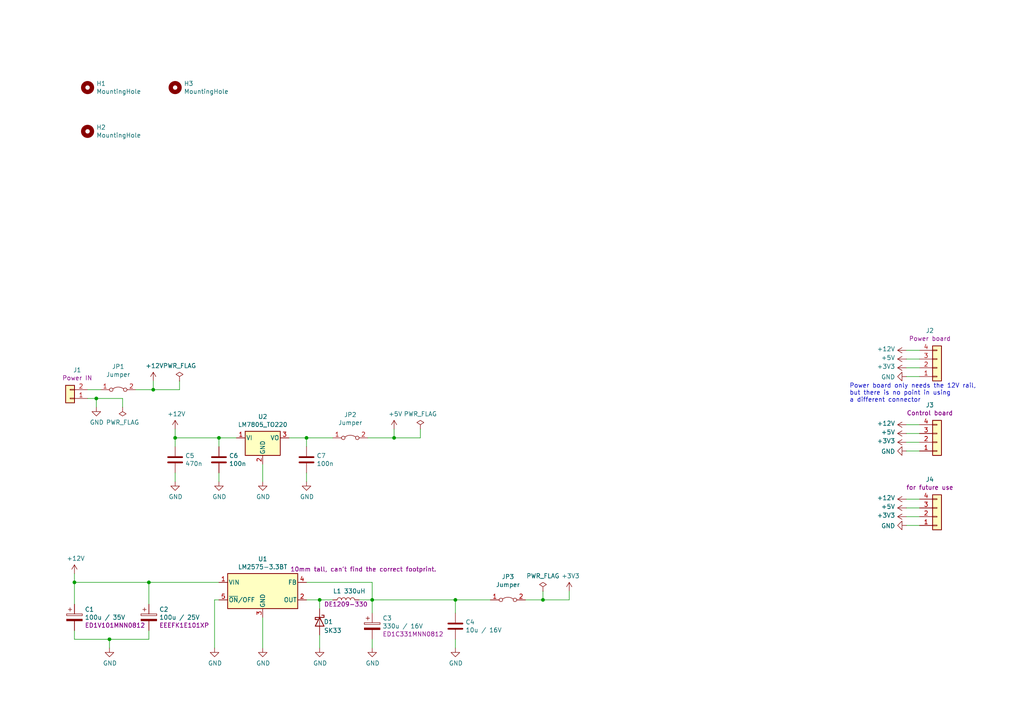
<source format=kicad_sch>
(kicad_sch (version 20230121) (generator eeschema)
  (paper "A4")
  (title_block (company "Ondřej Sluka"))
  (lib_symbols
    (symbol "Connector_Generic:Conn_01x02" (pin_names (offset 1.016) hide)
      (property "Reference" "J" (at 0 2.54 0))
      (property "Value" "Conn_01x02" (at 0 -5.08 0))
      (symbol "Conn_01x02_1_1"
        (rectangle (start -1.27 -2.413) (end 0 -2.667) (stroke (width 0.1524)))
        (rectangle (start -1.27 0.127) (end 0 -0.127) (stroke (width 0.1524)))
        (rectangle (start -1.27 1.27) (end 1.27 -3.81) (stroke (width 0.254)) (fill (type background)))
        (pin passive line (at -5.08 0 0) (length 3.81) (name "Pin_1") (number "1"))
        (pin passive line (at -5.08 -2.54 0) (length 3.81) (name "Pin_2") (number "2"))
      )
    )
    (symbol "Connector_Generic:Conn_01x04" (pin_names (offset 1.016) hide)
      (property "Reference" "J" (at 0 5.08 0))
      (property "Value" "Conn_01x04" (at 0 -7.62 0))
      (symbol "Conn_01x04_1_1"
        (rectangle (start -1.27 -4.953) (end 0 -5.207) (stroke (width 0.1524)))
        (rectangle (start -1.27 -2.413) (end 0 -2.667) (stroke (width 0.1524)))
        (rectangle (start -1.27 0.127) (end 0 -0.127) (stroke (width 0.1524)))
        (rectangle (start -1.27 2.667) (end 0 2.413) (stroke (width 0.1524)))
        (rectangle (start -1.27 3.81) (end 1.27 -6.35) (stroke (width 0.254)) (fill (type background)))
        (pin passive line (at -5.08 2.54 0) (length 3.81) (name "Pin_1") (number "1"))
        (pin passive line (at -5.08 0 0) (length 3.81) (name "Pin_2") (number "2"))
        (pin passive line (at -5.08 -2.54 0) (length 3.81) (name "Pin_3") (number "3"))
        (pin passive line (at -5.08 -5.08 0) (length 3.81) (name "Pin_4") (number "4"))
      )
    )
    (symbol "Device:C" (pin_numbers hide) (pin_names (offset 0.254))
      (property "Reference" "C" (at 0.635 2.54 0))
      (property "Value" "C" (at 0.635 -2.54 0))
      (symbol "C_0_1"
        (polyline (pts (xy -2.032 -0.762) (xy 2.032 -0.762)) (stroke (width 0.508)))
        (polyline (pts (xy -2.032 0.762) (xy 2.032 0.762)) (stroke (width 0.508)))
      )
      (symbol "C_1_1"
        (pin passive line (at 0 3.81 270) (length 2.794) (name "~") (number "1"))
        (pin passive line (at 0 -3.81 90) (length 2.794) (name "~") (number "2"))
      )
    )
    (symbol "Device:C_Polarized" (pin_numbers hide) (pin_names (offset 0.254))
      (property "Reference" "C" (at 0.635 2.54 0))
      (property "Value" "C_Polarized" (at 0.635 -2.54 0))
      (symbol "C_Polarized_0_1"
        (rectangle (start -2.286 0.508) (end 2.286 1.016))
        (polyline (pts (xy -1.778 2.286) (xy -0.762 2.286)))
        (polyline (pts (xy -1.27 2.794) (xy -1.27 1.778)))
        (rectangle (start 2.286 -0.508) (end -2.286 -1.016) (fill (type outline)))
      )
      (symbol "C_Polarized_1_1"
        (pin passive line (at 0 3.81 270) (length 2.794) (name "~") (number "1"))
        (pin passive line (at 0 -3.81 90) (length 2.794) (name "~") (number "2"))
      )
    )
    (symbol "Device:D_Schottky" (pin_numbers hide) (pin_names (offset 1.016) hide)
      (property "Reference" "D" (at 0 2.54 0))
      (property "Value" "D_Schottky" (at 0 -2.54 0))
      (symbol "D_Schottky_0_1"
        (polyline (pts (xy 1.27 0) (xy -1.27 0)))
        (polyline (pts (xy 1.27 1.27) (xy 1.27 -1.27) (xy -1.27 0) (xy 1.27 1.27)) (stroke (width 0.254)))
        (polyline (pts (xy -1.905 0.635) (xy -1.905 1.27) (xy -1.27 1.27) (xy -1.27 -1.27) (xy -0.635 -1.27) (xy -0.635 -0.635)) (stroke (width 0.254)))
      )
      (symbol "D_Schottky_1_1"
        (pin passive line (at -3.81 0 0) (length 2.54) (name "K") (number "1"))
        (pin passive line (at 3.81 0 180) (length 2.54) (name "A") (number "2"))
      )
    )
    (symbol "Device:L" (pin_numbers hide) (pin_names (offset 1.016) hide)
      (property "Reference" "L" (at -1.27 0 90))
      (property "Value" "L" (at 1.905 0 90))
      (symbol "L_0_1"
        (arc (start 0 -2.54) (mid 0.6323 -1.905) (end 0 -1.27))
        (arc (start 0 -1.27) (mid 0.6323 -0.635) (end 0 0))
        (arc (start 0 0) (mid 0.6323 0.635) (end 0 1.27))
        (arc (start 0 1.27) (mid 0.6323 1.905) (end 0 2.54))
      )
      (symbol "L_1_1"
        (pin passive line (at 0 3.81 270) (length 1.27) (name "1") (number "1"))
        (pin passive line (at 0 -3.81 90) (length 1.27) (name "2") (number "2"))
      )
    )
    (symbol "Jumper:Jumper_2_Bridged" (pin_names (offset 0) hide)
      (property "Reference" "JP" (at 0 1.905 0))
      (property "Value" "Jumper_2_Bridged" (at 0 -2.54 0))
      (symbol "Jumper_2_Bridged_0_0"
        (circle (center -2.032 0) (radius 0.508))
        (circle (center 2.032 0) (radius 0.508))
      )
      (symbol "Jumper_2_Bridged_0_1"
        (arc (start 1.524 0.254) (mid 0 0.762) (end -1.524 0.254))
      )
      (symbol "Jumper_2_Bridged_1_1"
        (pin passive line (at -5.08 0 0) (length 2.54) (name "A") (number "1"))
        (pin passive line (at 5.08 0 180) (length 2.54) (name "B") (number "2"))
      )
    )
    (symbol "Mechanical:MountingHole" (pin_names (offset 1.016))
      (property "Reference" "H" (at 0 5.08 0))
      (property "Value" "MountingHole" (at 0 3.175 0))
      (symbol "MountingHole_0_1"
        (circle (center 0 0) (radius 1.27) (stroke (width 1.27)))
      )
    )
    (symbol "Regulator_Linear:LM7805_TO220" (pin_names (offset 0.254))
      (property "Reference" "U" (at -3.81 3.175 0))
      (property "Value" "LM7805_TO220" (at 0 3.175 0))
      (symbol "LM7805_TO220_0_1"
        (rectangle (start -5.08 1.905) (end 5.08 -5.08) (stroke (width 0.254)) (fill (type background)))
      )
      (symbol "LM7805_TO220_1_1"
        (pin power_in line (at -7.62 0 0) (length 2.54) (name "VI") (number "1"))
        (pin power_in line (at 0 -7.62 90) (length 2.54) (name "GND") (number "2"))
        (pin power_out line (at 7.62 0 180) (length 2.54) (name "VO") (number "3"))
      )
    )
    (symbol "Regulator_Switching:LM2575-3.3BT" (pin_names (offset 0.254))
      (property "Reference" "U" (at -10.16 6.35 0))
      (property "Value" "LM2575-3.3BT" (at 0 6.35 0))
      (symbol "LM2575-3.3BT_0_1"
        (rectangle (start -10.16 5.08) (end 10.16 -5.08) (stroke (width 0.254)) (fill (type background)))
      )
      (symbol "LM2575-3.3BT_1_1"
        (pin power_in line (at -12.7 2.54 0) (length 2.54) (name "VIN") (number "1"))
        (pin output line (at 12.7 -2.54 180) (length 2.54) (name "OUT") (number "2"))
        (pin power_in line (at 0 -7.62 90) (length 2.54) (name "GND") (number "3"))
        (pin input line (at 12.7 2.54 180) (length 2.54) (name "FB") (number "4"))
        (pin input line (at -12.7 -2.54 0) (length 2.54) (name "~{ON}/OFF") (number "5"))
      )
    )
    (symbol "power:+12V" (power) (pin_names (offset 0))
      (property "Value" "+12V" (at 0 3.556 0))
      (symbol "+12V_0_1"
        (polyline (pts (xy -0.762 1.27) (xy 0 2.54)))
        (polyline (pts (xy 0 0) (xy 0 2.54)))
        (polyline (pts (xy 0 2.54) (xy 0.762 1.27)))
      )
      (symbol "+12V_1_1"
        (pin power_in line (at 0 0 90) (length 0) hide (name "+12V") (number "1"))
      )
    )
    (symbol "power:+3V3" (power) (pin_names (offset 0))
      (property "Value" "+3V3" (at 0 3.556 0))
      (symbol "+3V3_0_1"
        (polyline (pts (xy -0.762 1.27) (xy 0 2.54)))
        (polyline (pts (xy 0 0) (xy 0 2.54)))
        (polyline (pts (xy 0 2.54) (xy 0.762 1.27)))
      )
      (symbol "+3V3_1_1"
        (pin power_in line (at 0 0 90) (length 0) hide (name "+3V3") (number "1"))
      )
    )
    (symbol "power:+5V" (power) (pin_names (offset 0))
      (property "Value" "+5V" (at 0 3.556 0))
      (symbol "+5V_0_1"
        (polyline (pts (xy -0.762 1.27) (xy 0 2.54)))
        (polyline (pts (xy 0 0) (xy 0 2.54)))
        (polyline (pts (xy 0 2.54) (xy 0.762 1.27)))
      )
      (symbol "+5V_1_1"
        (pin power_in line (at 0 0 90) (length 0) hide (name "+5V") (number "1"))
      )
    )
    (symbol "power:GND" (power) (pin_names (offset 0))
      (property "Value" "GND" (at 0 -3.81 0))
      (symbol "GND_0_1"
        (polyline (pts (xy 0 0) (xy 0 -1.27) (xy 1.27 -1.27) (xy 0 -2.54) (xy -1.27 -1.27) (xy 0 -1.27)))
      )
      (symbol "GND_1_1"
        (pin power_in line (at 0 0 270) (length 0) hide (name "GND") (number "1"))
      )
    )
    (symbol "power:PWR_FLAG" (power) (pin_numbers hide) (pin_names (offset 0) hide)
      (property "Value" "PWR_FLAG" (at 0 3.81 0))
      (symbol "PWR_FLAG_0_0"
        (pin power_out line (at 0 0 90) (length 0) (name "pwr") (number "1"))
      )
      (symbol "PWR_FLAG_0_1"
        (polyline (pts (xy 0 0) (xy 0 1.27) (xy -1.016 1.905) (xy 0 2.54) (xy 1.016 1.905) (xy 0 1.27)))
      )
    )
  )
  (junction (at 92.71 173.99))
  (junction (at 31.75 185.42))
  (junction (at 21.59 168.91))
  (junction (at 43.18 168.91))
  (junction (at 44.45 113.03))
  (junction (at 50.8 127))
  (junction (at 63.5 127))
  (junction (at 114.3 127))
  (junction (at 27.94 115.57))
  (junction (at 88.9 127))
  (junction (at 107.95 173.99))
  (junction (at 132.08 173.99))
  (junction (at 157.48 173.99))
  (wire (pts (xy 107.95 173.99) (xy 132.08 173.99)))
  (wire (pts (xy 262.89 147.32) (xy 266.7 147.32)))
  (wire (pts (xy 104.14 173.99) (xy 107.95 173.99)))
  (wire (pts (xy 165.1 171.45) (xy 165.1 173.99)))
  (wire (pts (xy 21.59 185.42) (xy 31.75 185.42)))
  (wire (pts (xy 43.18 175.26) (xy 43.18 168.91)))
  (wire (pts (xy 262.89 144.78) (xy 266.7 144.78)))
  (wire (pts (xy 21.59 175.26) (xy 21.59 168.91)))
  (wire (pts (xy 44.45 113.03) (xy 39.37 113.03)))
  (wire (pts (xy 132.08 187.96) (xy 132.08 185.42)))
  (wire (pts (xy 76.2 179.07) (xy 76.2 187.96)))
  (wire (pts (xy 21.59 166.37) (xy 21.59 168.91)))
  (wire (pts (xy 50.8 124.46) (xy 50.8 127)))
  (wire (pts (xy 52.07 110.49) (xy 52.07 113.03)))
  (wire (pts (xy 76.2 139.7) (xy 76.2 134.62)))
  (wire (pts (xy 88.9 168.91) (xy 107.95 168.91)))
  (wire (pts (xy 35.56 115.57) (xy 27.94 115.57)))
  (wire (pts (xy 88.9 173.99) (xy 92.71 173.99)))
  (wire (pts (xy 35.56 118.11) (xy 35.56 115.57)))
  (wire (pts (xy 88.9 139.7) (xy 88.9 137.16)))
  (wire (pts (xy 27.94 115.57) (xy 25.4 115.57)))
  (wire (pts (xy 21.59 168.91) (xy 43.18 168.91)))
  (wire (pts (xy 132.08 173.99) (xy 142.24 173.99)))
  (wire (pts (xy 132.08 177.8) (xy 132.08 173.99)))
  (wire (pts (xy 121.92 127) (xy 114.3 127)))
  (wire (pts (xy 107.95 168.91) (xy 107.95 173.99)))
  (wire (pts (xy 62.23 187.96) (xy 62.23 173.99)))
  (wire (pts (xy 262.89 109.22) (xy 266.7 109.22)))
  (wire (pts (xy 262.89 128.27) (xy 266.7 128.27)))
  (wire (pts (xy 44.45 110.49) (xy 44.45 113.03)))
  (wire (pts (xy 96.52 127) (xy 88.9 127)))
  (wire (pts (xy 121.92 124.46) (xy 121.92 127)))
  (wire (pts (xy 63.5 139.7) (xy 63.5 137.16)))
  (wire (pts (xy 92.71 187.96) (xy 92.71 184.15)))
  (wire (pts (xy 262.89 106.68) (xy 266.7 106.68)))
  (wire (pts (xy 63.5 129.54) (xy 63.5 127)))
  (wire (pts (xy 88.9 127) (xy 83.82 127)))
  (wire (pts (xy 262.89 101.6) (xy 266.7 101.6)))
  (wire (pts (xy 27.94 118.11) (xy 27.94 115.57)))
  (wire (pts (xy 50.8 127) (xy 63.5 127)))
  (wire (pts (xy 29.21 113.03) (xy 25.4 113.03)))
  (wire (pts (xy 262.89 152.4) (xy 266.7 152.4)))
  (wire (pts (xy 50.8 139.7) (xy 50.8 137.16)))
  (wire (pts (xy 157.48 173.99) (xy 165.1 173.99)))
  (wire (pts (xy 31.75 185.42) (xy 31.75 187.96)))
  (wire (pts (xy 21.59 182.88) (xy 21.59 185.42)))
  (wire (pts (xy 262.89 104.14) (xy 266.7 104.14)))
  (wire (pts (xy 43.18 185.42) (xy 43.18 182.88)))
  (wire (pts (xy 52.07 113.03) (xy 44.45 113.03)))
  (wire (pts (xy 114.3 127) (xy 106.68 127)))
  (wire (pts (xy 262.89 125.73) (xy 266.7 125.73)))
  (wire (pts (xy 62.23 173.99) (xy 63.5 173.99)))
  (wire (pts (xy 114.3 124.46) (xy 114.3 127)))
  (wire (pts (xy 31.75 185.42) (xy 43.18 185.42)))
  (wire (pts (xy 92.71 173.99) (xy 96.52 173.99)))
  (wire (pts (xy 107.95 187.96) (xy 107.95 185.42)))
  (wire (pts (xy 92.71 176.53) (xy 92.71 173.99)))
  (wire (pts (xy 152.4 173.99) (xy 157.48 173.99)))
  (wire (pts (xy 88.9 129.54) (xy 88.9 127)))
  (wire (pts (xy 107.95 173.99) (xy 107.95 177.8)))
  (wire (pts (xy 50.8 129.54) (xy 50.8 127)))
  (wire (pts (xy 262.89 130.81) (xy 266.7 130.81)))
  (wire (pts (xy 262.89 123.19) (xy 266.7 123.19)))
  (wire (pts (xy 63.5 127) (xy 68.58 127)))
  (wire (pts (xy 262.89 149.86) (xy 266.7 149.86)))
  (wire (pts (xy 43.18 168.91) (xy 63.5 168.91)))
  (wire (pts (xy 157.48 171.45) (xy 157.48 173.99)))
  (text "Power board only needs the 12V rail,\nbut there is no point in using\na different connector" (at 246.38 116.84 0) (effects (font (size 1.27 1.27)) (justify left bottom)))
  (symbol (lib_id "Device:C_Polarized") (at 43.18 179.07 0) (unit 1)
    (property "Reference" "C2" (at 46.1772 176.7586 0) (effects (justify left)))
    (property "Value" "100u / 25V" (at 46.1772 179.07 0) (effects (justify left)))
    (property "Footprint" "Capacitor_SMD:CP_Elec_6.3x7.7" (effects hide))
    (property "Part Number" "EEEFK1E101XP" (at 46.1772 181.3814 0) (effects (justify left)))
  )
  (symbol (lib_id "Device:C_Polarized") (at 107.95 181.61 0) (unit 1)
    (property "Reference" "C3" (at 110.9472 179.2986 0) (effects (justify left)))
    (property "Value" "330u / 16V" (at 110.9472 181.61 0) (effects (justify left)))
    (property "Footprint" "Capacitor_THT:CP_Radial_D8.0mm_P3.50mm" (effects hide))
    (property "Part Number" "ED1C331MNN0812" (at 110.9472 183.9214 0) (effects (justify left)))
  )
  (symbol (lib_id "Device:L") (at 100.33 173.99 90) (unit 1)
    (property "Reference" "L1" (at 97.79 171.45 90))
    (property "Value" "330uH" (at 102.87 171.45 90))
    (property "Footprint" "Inductor_SMD:L_12x12mm_H8mm" (effects hide))
    (property "Part Number" "DE1209-330" (at 100.33 175.26 90))
    (property "Note" "10mm tall, can't find the correct footprint." (at 105.41 165.1 90))
  )
  (symbol (lib_id "Device:D_Schottky") (at 92.71 180.34 270) (unit 1)
    (property "Reference" "D1" (at 95.25 180.34 90))
    (property "Value" "SK33" (at 96.52 182.88 90))
    (property "Footprint" "Diode_SMD:D_SMC_Handsoldering" (effects hide))
  )
  (symbol (lib_id "Device:C_Polarized") (at 21.59 179.07 0) (unit 1)
    (property "Reference" "C1" (at 24.5872 176.7586 0) (effects (justify left)))
    (property "Value" "100u / 35V" (at 24.5872 179.07 0) (effects (justify left)))
    (property "Footprint" "Capacitor_THT:CP_Radial_D8.0mm_P3.50mm" (effects hide))
    (property "Part Number" "ED1V101MNN0812" (at 24.5872 181.3814 0) (effects (justify left)))
  )
  (symbol (lib_id "power:GND") (at 92.71 187.96 0) (unit 1)
    (property "Reference" "#PWR0107" (effects hide))
    (property "Value" "GND" (at 92.837 192.3542 0))
  )
  (symbol (lib_id "power:GND") (at 107.95 187.96 0) (unit 1)
    (property "Reference" "#PWR0108" (effects hide))
    (property "Value" "GND" (at 108.077 192.3542 0))
  )
  (symbol (lib_id "power:GND") (at 76.2 187.96 0) (unit 1)
    (property "Reference" "#PWR0110" (effects hide))
    (property "Value" "GND" (at 76.327 192.3542 0))
  )
  (symbol (lib_id "power:GND") (at 31.75 187.96 0) (unit 1)
    (property "Reference" "#PWR0111" (effects hide))
    (property "Value" "GND" (at 31.877 192.3542 0))
  )
  (symbol (lib_id "power:GND") (at 62.23 187.96 0) (unit 1)
    (property "Reference" "#PWR0112" (effects hide))
    (property "Value" "GND" (at 62.357 192.3542 0))
  )
  (symbol (lib_id "power:+12V") (at 21.59 166.37 0) (unit 1)
    (property "Reference" "#PWR0113" (effects hide))
    (property "Value" "+12V" (at 21.971 161.9758 0))
  )
  (symbol (lib_id "power:+3V3") (at 165.1 171.45 0) (unit 1)
    (property "Reference" "#PWR0115" (effects hide))
    (property "Value" "+3.3V" (at 165.481 167.0558 0))
  )
  (symbol (lib_id "Device:C") (at 132.08 181.61 0) (unit 1)
    (property "Reference" "C4" (at 135.001 180.4416 0) (effects (justify left)))
    (property "Value" "10u / 16V" (at 135.001 182.753 0) (effects (justify left)))
    (property "Footprint" "Capacitor_SMD:C_1206_3216Metric_Pad1.33x1.80mm_HandSolder" (effects hide))
  )
  (symbol (lib_id "power:GND") (at 132.08 187.96 0) (unit 1)
    (property "Reference" "#PWR0119" (effects hide))
    (property "Value" "GND" (at 132.207 192.3542 0))
  )
  (symbol (lib_id "Regulator_Switching:LM2575-3.3BT") (at 76.2 171.45 0) (unit 1)
    (property "Reference" "U1" (at 76.2 162.1282 0))
    (property "Value" "LM2575-3.3BT" (at 76.2 164.4396 0))
    (property "Footprint" "Package_TO_SOT_THT:TO-220-5_Vertical" (effects hide))
    (property "Datasheet" "http://ww1.microchip.com/downloads/en/DeviceDoc/lm2575.pdf" (effects hide))
  )
  (symbol (lib_id "power:PWR_FLAG") (at 157.48 171.45 0) (unit 1)
    (property "Reference" "#FLG0103" (effects hide))
    (property "Value" "PWR_FLAG" (at 157.48 167.0558 0))
  )
  (symbol (lib_id "Connector_Generic:Conn_01x04") (at 271.78 128.27 0) (mirror x) (unit 1)
    (property "Reference" "J3" (at 269.6972 117.475 0))
    (property "Value" "Conn_01x04" (effects hide))
    (property "Footprint" "Connector_Molex:Molex_KK-254_AE-6410-04A_1x04_P2.54mm_Vertical" (effects hide))
    (property "Label" "Control board" (at 269.6972 119.7864 0))
  )
  (symbol (lib_id "power:GND") (at 262.89 130.81 270) (unit 1)
    (property "Reference" "#PWR016" (effects hide))
    (property "Value" "GND" (at 259.6388 130.937 90) (effects (justify right)))
  )
  (symbol (lib_id "power:+3V3") (at 262.89 128.27 90) (unit 1)
    (property "Reference" "#PWR015" (effects hide))
    (property "Value" "+3V3" (at 259.6388 127.889 90) (effects (justify left)))
  )
  (symbol (lib_id "power:+5V") (at 262.89 125.73 90) (unit 1)
    (property "Reference" "#PWR014" (effects hide))
    (property "Value" "+5V" (at 259.6388 125.349 90) (effects (justify left)))
  )
  (symbol (lib_id "power:+12V") (at 262.89 123.19 90) (unit 1)
    (property "Reference" "#PWR013" (effects hide))
    (property "Value" "+12V" (at 259.6388 122.809 90) (effects (justify left)))
  )
  (symbol (lib_id "Connector_Generic:Conn_01x04") (at 271.78 149.86 0) (mirror x) (unit 1)
    (property "Reference" "J4" (at 269.6972 139.065 0))
    (property "Value" "Conn_01x04" (effects hide))
    (property "Footprint" "Connector_Molex:Molex_KK-254_AE-6410-04A_1x04_P2.54mm_Vertical" (effects hide))
    (property "Label" "for future use" (at 269.6972 141.3764 0))
  )
  (symbol (lib_id "power:GND") (at 262.89 152.4 270) (unit 1)
    (property "Reference" "#PWR020" (effects hide))
    (property "Value" "GND" (at 259.6388 152.527 90) (effects (justify right)))
  )
  (symbol (lib_id "power:+3V3") (at 262.89 149.86 90) (unit 1)
    (property "Reference" "#PWR019" (effects hide))
    (property "Value" "+3V3" (at 259.6388 149.479 90) (effects (justify left)))
  )
  (symbol (lib_id "power:+5V") (at 262.89 147.32 90) (unit 1)
    (property "Reference" "#PWR018" (effects hide))
    (property "Value" "+5V" (at 259.6388 146.939 90) (effects (justify left)))
  )
  (symbol (lib_id "power:+12V") (at 262.89 144.78 90) (unit 1)
    (property "Reference" "#PWR017" (effects hide))
    (property "Value" "+12V" (at 259.6388 144.399 90) (effects (justify left)))
  )
  (symbol (lib_id "Connector_Generic:Conn_01x02") (at 20.32 115.57 180) (unit 1)
    (property "Reference" "J1" (at 22.4028 107.315 0))
    (property "Value" "Conn_01x02" (effects hide))
    (property "Footprint" "Connector_Molex:Molex_KK-254_AE-6410-02A_1x02_P2.54mm_Vertical" (effects hide))
    (property "Label" "Power IN" (at 22.4028 109.6264 0))
  )
  (symbol (lib_id "power:GND") (at 27.94 118.11 0) (unit 1)
    (property "Reference" "#PWR01" (effects hide))
    (property "Value" "GND" (at 28.067 122.5042 0))
  )
  (symbol (lib_id "power:PWR_FLAG") (at 35.56 118.11 180) (unit 1)
    (property "Reference" "#FLG01" (effects hide))
    (property "Value" "PWR_FLAG" (at 35.56 122.5042 0))
  )
  (symbol (lib_id "power:+12V") (at 44.45 110.49 0) (unit 1)
    (property "Reference" "#PWR02" (effects hide))
    (property "Value" "+12V" (at 44.831 106.0958 0))
  )
  (symbol (lib_id "power:PWR_FLAG") (at 52.07 110.49 0) (unit 1)
    (property "Reference" "#FLG02" (effects hide))
    (property "Value" "PWR_FLAG" (at 52.07 106.0958 0))
  )
  (symbol (lib_id "Jumper:Jumper_2_Bridged") (at 34.29 113.03 0) (unit 1)
    (property "Reference" "JP1" (at 34.29 106.3244 0))
    (property "Value" "Jumper" (at 34.29 108.6358 0))
    (property "Footprint" "Connector_PinHeader_2.54mm:PinHeader_1x02_P2.54mm_Vertical" (effects hide))
  )
  (symbol (lib_id "Jumper:Jumper_2_Bridged") (at 147.32 173.99 0) (unit 1)
    (property "Reference" "JP3" (at 147.32 167.2844 0))
    (property "Value" "Jumper" (at 147.32 169.5958 0))
    (property "Footprint" "Connector_PinHeader_2.54mm:PinHeader_1x02_P2.54mm_Vertical" (effects hide))
  )
  (symbol (lib_id "Regulator_Linear:LM7805_TO220") (at 76.2 127 0) (unit 1)
    (property "Reference" "U2" (at 76.2 120.8532 0))
    (property "Value" "LM7805_TO220" (at 76.2 123.1646 0))
    (property "Footprint" "Package_TO_SOT_THT:TO-220-3_Vertical" (effects hide))
    (property "Datasheet" "https://www.onsemi.cn/PowerSolutions/document/MC7800-D.PDF" (effects hide))
  )
  (symbol (lib_id "Device:C") (at 88.9 133.35 0) (unit 1)
    (property "Reference" "C7" (at 91.821 132.1816 0) (effects (justify left)))
    (property "Value" "100n" (at 91.821 134.493 0) (effects (justify left)))
    (property "Footprint" "Capacitor_SMD:C_1206_3216Metric_Pad1.33x1.80mm_HandSolder" (effects hide))
  )
  (symbol (lib_id "power:GND") (at 76.2 139.7 0) (unit 1)
    (property "Reference" "#PWR06" (effects hide))
    (property "Value" "GND" (at 76.327 144.0942 0))
  )
  (symbol (lib_id "power:GND") (at 88.9 139.7 0) (unit 1)
    (property "Reference" "#PWR07" (effects hide))
    (property "Value" "GND" (at 89.027 144.0942 0))
  )
  (symbol (lib_id "Device:C") (at 63.5 133.35 0) (unit 1)
    (property "Reference" "C6" (at 66.421 132.1816 0) (effects (justify left)))
    (property "Value" "100n" (at 66.421 134.493 0) (effects (justify left)))
    (property "Footprint" "Capacitor_SMD:C_1206_3216Metric_Pad1.33x1.80mm_HandSolder" (effects hide))
  )
  (symbol (lib_id "power:GND") (at 63.5 139.7 0) (unit 1)
    (property "Reference" "#PWR05" (effects hide))
    (property "Value" "GND" (at 63.627 144.0942 0))
  )
  (symbol (lib_id "Device:C") (at 50.8 133.35 0) (unit 1)
    (property "Reference" "C5" (at 53.721 132.1816 0) (effects (justify left)))
    (property "Value" "470n" (at 53.721 134.493 0) (effects (justify left)))
    (property "Footprint" "Capacitor_SMD:C_1206_3216Metric_Pad1.33x1.80mm_HandSolder" (effects hide))
  )
  (symbol (lib_id "power:GND") (at 50.8 139.7 0) (unit 1)
    (property "Reference" "#PWR04" (effects hide))
    (property "Value" "GND" (at 50.927 144.0942 0))
  )
  (symbol (lib_id "power:+12V") (at 50.8 124.46 0) (unit 1)
    (property "Reference" "#PWR03" (effects hide))
    (property "Value" "+12V" (at 51.181 120.0658 0))
  )
  (symbol (lib_id "Jumper:Jumper_2_Bridged") (at 101.6 127 0) (unit 1)
    (property "Reference" "JP2" (at 101.6 120.2944 0))
    (property "Value" "Jumper" (at 101.6 122.6058 0))
    (property "Footprint" "Connector_PinHeader_2.54mm:PinHeader_1x02_P2.54mm_Vertical" (effects hide))
  )
  (symbol (lib_id "power:PWR_FLAG") (at 121.92 124.46 0) (unit 1)
    (property "Reference" "#FLG03" (effects hide))
    (property "Value" "PWR_FLAG" (at 121.92 120.0658 0))
  )
  (symbol (lib_id "power:+5V") (at 114.3 124.46 0) (unit 1)
    (property "Reference" "#PWR08" (effects hide))
    (property "Value" "+5V" (at 114.681 120.0658 0))
  )
  (symbol (lib_id "Connector_Generic:Conn_01x04") (at 271.78 106.68 0) (mirror x) (unit 1)
    (property "Reference" "J2" (at 269.6972 95.885 0))
    (property "Value" "Conn_01x04" (effects hide))
    (property "Footprint" "Connector_Molex:Molex_KK-254_AE-6410-04A_1x04_P2.54mm_Vertical" (effects hide))
    (property "Label" "Power board" (at 269.6972 98.1964 0))
  )
  (symbol (lib_id "power:GND") (at 262.89 109.22 270) (unit 1)
    (property "Reference" "#PWR012" (effects hide))
    (property "Value" "GND" (at 259.6388 109.347 90) (effects (justify right)))
  )
  (symbol (lib_id "power:+3V3") (at 262.89 106.68 90) (unit 1)
    (property "Reference" "#PWR011" (effects hide))
    (property "Value" "+3V3" (at 259.6388 106.299 90) (effects (justify left)))
  )
  (symbol (lib_id "power:+5V") (at 262.89 104.14 90) (unit 1)
    (property "Reference" "#PWR010" (effects hide))
    (property "Value" "+5V" (at 259.6388 103.759 90) (effects (justify left)))
  )
  (symbol (lib_id "power:+12V") (at 262.89 101.6 90) (unit 1)
    (property "Reference" "#PWR09" (effects hide))
    (property "Value" "+12V" (at 259.6388 101.219 90) (effects (justify left)))
  )
  (symbol (lib_id "Mechanical:MountingHole") (at 25.4 25.4 0) (unit 1)
    (property "Reference" "H1" (at 27.94 24.2316 0) (effects (justify left)))
    (property "Value" "MountingHole" (at 27.94 26.543 0) (effects (justify left)))
    (property "Footprint" "MountingHole:MountingHole_3.2mm_M3" (effects hide))
  )
  (symbol (lib_id "Mechanical:MountingHole") (at 50.8 25.4 0) (unit 1)
    (property "Reference" "H3" (at 53.34 24.2316 0) (effects (justify left)))
    (property "Value" "MountingHole" (at 53.34 26.543 0) (effects (justify left)))
    (property "Footprint" "MountingHole:MountingHole_3.2mm_M3" (effects hide))
  )
  (symbol (lib_id "Mechanical:MountingHole") (at 25.4 38.1 0) (unit 1)
    (property "Reference" "H2" (at 27.94 36.9316 0) (effects (justify left)))
    (property "Value" "MountingHole" (at 27.94 39.243 0) (effects (justify left)))
    (property "Footprint" "MountingHole:MountingHole_3.2mm_M3" (effects hide))
  )
)
</source>
